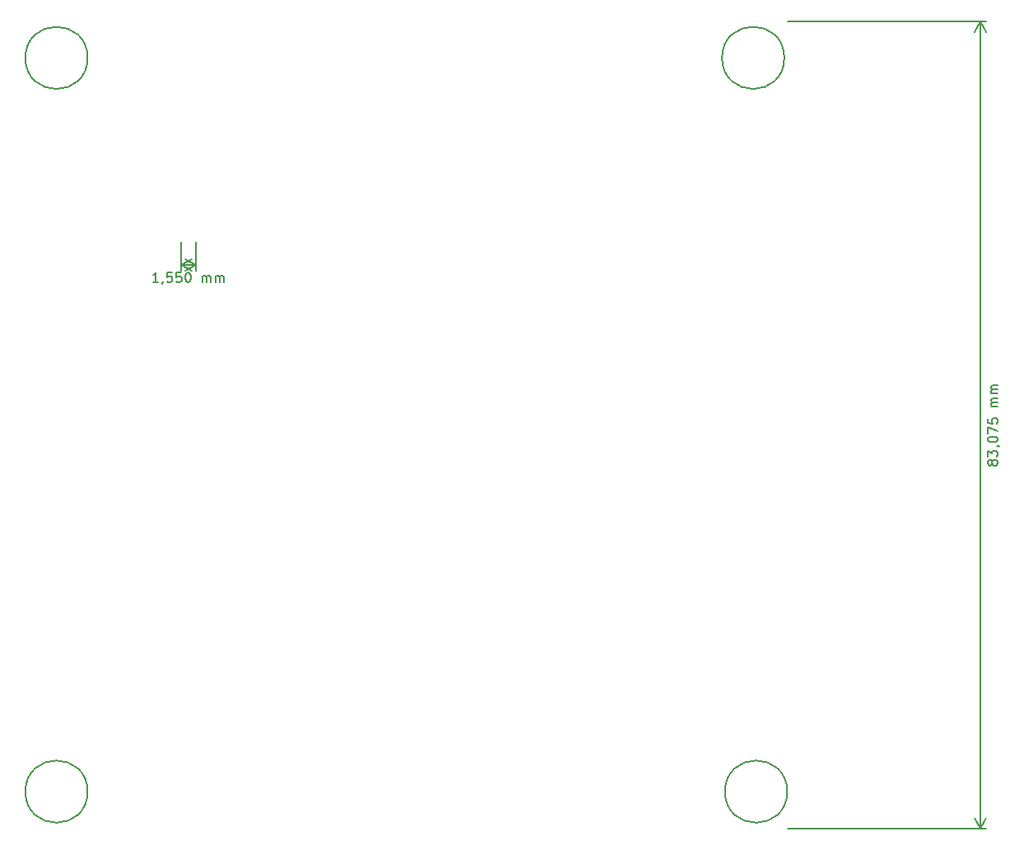
<source format=gbr>
G04 #@! TF.GenerationSoftware,KiCad,Pcbnew,(5.99.0-1468-g7e1294a4b)*
G04 #@! TF.CreationDate,2020-10-04T20:21:57+02:00*
G04 #@! TF.ProjectId,GB Dumper_SMD,47422044-756d-4706-9572-5f534d442e6b,rev?*
G04 #@! TF.SameCoordinates,Original*
G04 #@! TF.FileFunction,Other,Comment*
%FSLAX46Y46*%
G04 Gerber Fmt 4.6, Leading zero omitted, Abs format (unit mm)*
G04 Created by KiCad (PCBNEW (5.99.0-1468-g7e1294a4b)) date 2020-10-04 20:21:57*
%MOMM*%
%LPD*%
G01*
G04 APERTURE LIST*
%ADD10C,0.200000*%
G04 APERTURE END LIST*
D10*
X119379761Y-63777380D02*
X118808333Y-63777380D01*
X119094047Y-63777380D02*
X119094047Y-62777380D01*
X118998809Y-62920238D01*
X118903571Y-63015476D01*
X118808333Y-63063095D01*
X119855952Y-63729761D02*
X119855952Y-63777380D01*
X119808333Y-63872619D01*
X119760714Y-63920238D01*
X120760714Y-62777380D02*
X120284523Y-62777380D01*
X120236904Y-63253571D01*
X120284523Y-63205952D01*
X120379761Y-63158333D01*
X120617857Y-63158333D01*
X120713095Y-63205952D01*
X120760714Y-63253571D01*
X120808333Y-63348809D01*
X120808333Y-63586904D01*
X120760714Y-63682142D01*
X120713095Y-63729761D01*
X120617857Y-63777380D01*
X120379761Y-63777380D01*
X120284523Y-63729761D01*
X120236904Y-63682142D01*
X121713095Y-62777380D02*
X121236904Y-62777380D01*
X121189285Y-63253571D01*
X121236904Y-63205952D01*
X121332142Y-63158333D01*
X121570238Y-63158333D01*
X121665476Y-63205952D01*
X121713095Y-63253571D01*
X121760714Y-63348809D01*
X121760714Y-63586904D01*
X121713095Y-63682142D01*
X121665476Y-63729761D01*
X121570238Y-63777380D01*
X121332142Y-63777380D01*
X121236904Y-63729761D01*
X121189285Y-63682142D01*
X122379761Y-62777380D02*
X122475000Y-62777380D01*
X122570238Y-62825000D01*
X122617857Y-62872619D01*
X122665476Y-62967857D01*
X122713095Y-63158333D01*
X122713095Y-63396428D01*
X122665476Y-63586904D01*
X122617857Y-63682142D01*
X122570238Y-63729761D01*
X122475000Y-63777380D01*
X122379761Y-63777380D01*
X122284523Y-63729761D01*
X122236904Y-63682142D01*
X122189285Y-63586904D01*
X122141666Y-63396428D01*
X122141666Y-63158333D01*
X122189285Y-62967857D01*
X122236904Y-62872619D01*
X122284523Y-62825000D01*
X122379761Y-62777380D01*
X123903571Y-63777380D02*
X123903571Y-63110714D01*
X123903571Y-63205952D02*
X123951190Y-63158333D01*
X124046428Y-63110714D01*
X124189285Y-63110714D01*
X124284523Y-63158333D01*
X124332142Y-63253571D01*
X124332142Y-63777380D01*
X124332142Y-63253571D02*
X124379761Y-63158333D01*
X124475000Y-63110714D01*
X124617857Y-63110714D01*
X124713095Y-63158333D01*
X124760714Y-63253571D01*
X124760714Y-63777380D01*
X125236904Y-63777380D02*
X125236904Y-63110714D01*
X125236904Y-63205952D02*
X125284523Y-63158333D01*
X125379761Y-63110714D01*
X125522619Y-63110714D01*
X125617857Y-63158333D01*
X125665476Y-63253571D01*
X125665476Y-63777380D01*
X125665476Y-63253571D02*
X125713095Y-63158333D01*
X125808333Y-63110714D01*
X125951190Y-63110714D01*
X126046428Y-63158333D01*
X126094047Y-63253571D01*
X126094047Y-63777380D01*
X121700000Y-62025000D02*
X123250000Y-62025000D01*
X121700000Y-59600000D02*
X121700000Y-62611421D01*
X123250000Y-59600000D02*
X123250000Y-62611421D01*
X123250000Y-62025000D02*
X122123496Y-62611421D01*
X123250000Y-62025000D02*
X122123496Y-61438579D01*
X121700000Y-62025000D02*
X122826504Y-62611421D01*
X121700000Y-62025000D02*
X122826504Y-61438579D01*
X205130952Y-82439880D02*
X205083333Y-82535119D01*
X205035714Y-82582738D01*
X204940476Y-82630357D01*
X204892857Y-82630357D01*
X204797619Y-82582738D01*
X204750000Y-82535119D01*
X204702380Y-82439880D01*
X204702380Y-82249404D01*
X204750000Y-82154166D01*
X204797619Y-82106547D01*
X204892857Y-82058928D01*
X204940476Y-82058928D01*
X205035714Y-82106547D01*
X205083333Y-82154166D01*
X205130952Y-82249404D01*
X205130952Y-82439880D01*
X205178571Y-82535119D01*
X205226190Y-82582738D01*
X205321428Y-82630357D01*
X205511904Y-82630357D01*
X205607142Y-82582738D01*
X205654761Y-82535119D01*
X205702380Y-82439880D01*
X205702380Y-82249404D01*
X205654761Y-82154166D01*
X205607142Y-82106547D01*
X205511904Y-82058928D01*
X205321428Y-82058928D01*
X205226190Y-82106547D01*
X205178571Y-82154166D01*
X205130952Y-82249404D01*
X204702380Y-81725595D02*
X204702380Y-81106547D01*
X205083333Y-81439880D01*
X205083333Y-81297023D01*
X205130952Y-81201785D01*
X205178571Y-81154166D01*
X205273809Y-81106547D01*
X205511904Y-81106547D01*
X205607142Y-81154166D01*
X205654761Y-81201785D01*
X205702380Y-81297023D01*
X205702380Y-81582738D01*
X205654761Y-81677976D01*
X205607142Y-81725595D01*
X205654761Y-80630357D02*
X205702380Y-80630357D01*
X205797619Y-80677976D01*
X205845238Y-80725595D01*
X204702380Y-80011309D02*
X204702380Y-79916071D01*
X204750000Y-79820833D01*
X204797619Y-79773214D01*
X204892857Y-79725595D01*
X205083333Y-79677976D01*
X205321428Y-79677976D01*
X205511904Y-79725595D01*
X205607142Y-79773214D01*
X205654761Y-79820833D01*
X205702380Y-79916071D01*
X205702380Y-80011309D01*
X205654761Y-80106547D01*
X205607142Y-80154166D01*
X205511904Y-80201785D01*
X205321428Y-80249404D01*
X205083333Y-80249404D01*
X204892857Y-80201785D01*
X204797619Y-80154166D01*
X204750000Y-80106547D01*
X204702380Y-80011309D01*
X204702380Y-79344642D02*
X204702380Y-78677976D01*
X205702380Y-79106547D01*
X204702380Y-77820833D02*
X204702380Y-78297023D01*
X205178571Y-78344642D01*
X205130952Y-78297023D01*
X205083333Y-78201785D01*
X205083333Y-77963690D01*
X205130952Y-77868452D01*
X205178571Y-77820833D01*
X205273809Y-77773214D01*
X205511904Y-77773214D01*
X205607142Y-77820833D01*
X205654761Y-77868452D01*
X205702380Y-77963690D01*
X205702380Y-78201785D01*
X205654761Y-78297023D01*
X205607142Y-78344642D01*
X205702380Y-76582738D02*
X205035714Y-76582738D01*
X205130952Y-76582738D02*
X205083333Y-76535119D01*
X205035714Y-76439880D01*
X205035714Y-76297023D01*
X205083333Y-76201785D01*
X205178571Y-76154166D01*
X205702380Y-76154166D01*
X205178571Y-76154166D02*
X205083333Y-76106547D01*
X205035714Y-76011309D01*
X205035714Y-75868452D01*
X205083333Y-75773214D01*
X205178571Y-75725595D01*
X205702380Y-75725595D01*
X205702380Y-75249404D02*
X205035714Y-75249404D01*
X205130952Y-75249404D02*
X205083333Y-75201785D01*
X205035714Y-75106547D01*
X205035714Y-74963690D01*
X205083333Y-74868452D01*
X205178571Y-74820833D01*
X205702380Y-74820833D01*
X205178571Y-74820833D02*
X205083333Y-74773214D01*
X205035714Y-74677976D01*
X205035714Y-74535119D01*
X205083333Y-74439880D01*
X205178571Y-74392261D01*
X205702380Y-74392261D01*
X203950000Y-120025000D02*
X203950000Y-36950000D01*
X184150000Y-120025000D02*
X204536421Y-120025000D01*
X184150000Y-36950000D02*
X204536421Y-36950000D01*
X203950000Y-36950000D02*
X204536421Y-38076504D01*
X203950000Y-36950000D02*
X203363579Y-38076504D01*
X203950000Y-120025000D02*
X204536421Y-118898496D01*
X203950000Y-120025000D02*
X203363579Y-118898496D01*
X183760000Y-40700000D02*
G75*
G03*
X183760000Y-40700000I-3200000J0D01*
G01*
X112100000Y-40700000D02*
G75*
G03*
X112100000Y-40700000I-3200000J0D01*
G01*
X112100000Y-116200000D02*
G75*
G03*
X112100000Y-116200000I-3200000J0D01*
G01*
X184060000Y-116200000D02*
G75*
G03*
X184060000Y-116200000I-3200000J0D01*
G01*
M02*

</source>
